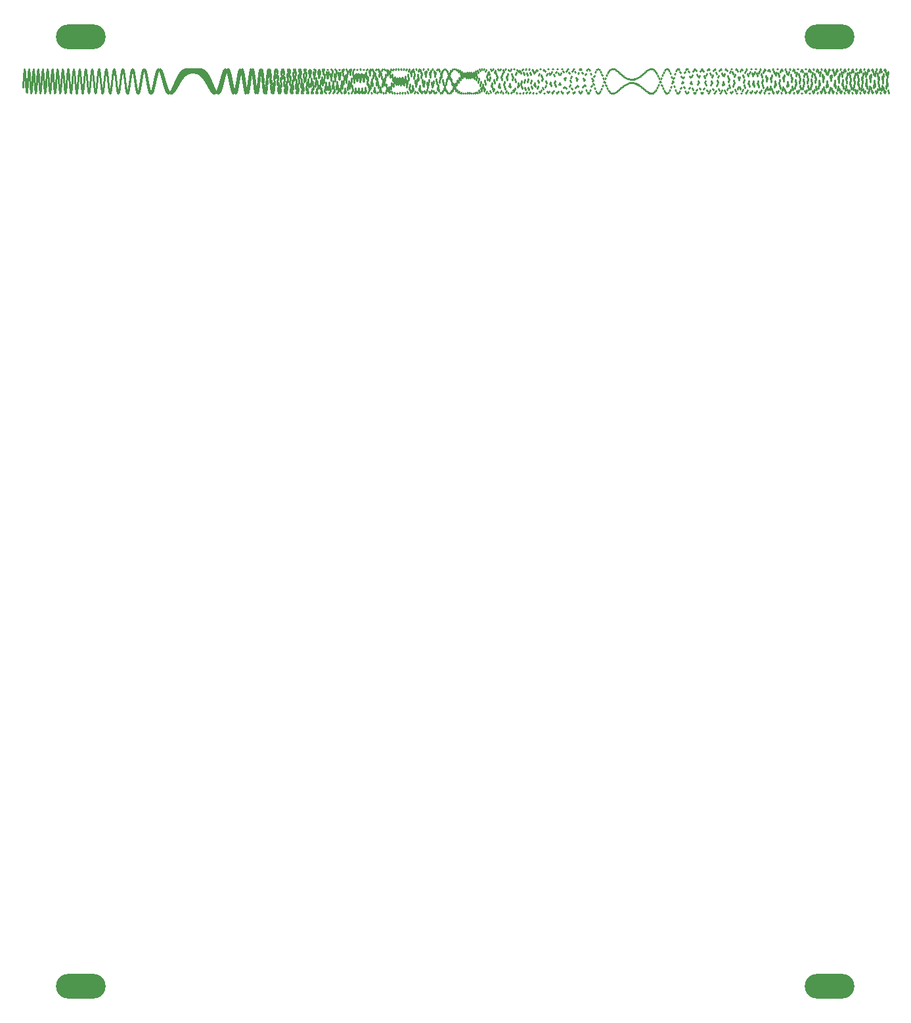
<source format=gtl>
G04 Layer: TopLayer*
G04 EasyEDA v6.5.29, 2023-07-19 21:34:44*
G04 25dd6f9caf2f465b81daf7de5460995f,5a6b42c53f6a479593ecc07194224c93,10*
G04 Gerber Generator version 0.2*
G04 Scale: 100 percent, Rotated: No, Reflected: No *
G04 Dimensions in millimeters *
G04 leading zeros omitted , absolute positions ,4 integer and 5 decimal *
%FSLAX45Y45*%
%MOMM*%

%ADD10C,0.2540*%
%ADD11O,6.4000126X3.1999936*%

%LPD*%
D10*
X8255000Y11876986D02*
G01*
X8263470Y11869221D01*
X812800Y12084850D02*
G01*
X821270Y11935414D01*
X2006600Y11979666D02*
G01*
X2015070Y12112396D01*
X313270Y12121040D02*
G01*
X321729Y11978840D01*
X11142129Y11888693D02*
G01*
X11150600Y11845142D01*
X11133670Y12049968D02*
G01*
X11142129Y12127372D01*
X11125200Y12028505D02*
G01*
X11133670Y11934893D01*
X11116729Y11905010D02*
G01*
X11125200Y11993450D01*
X11108270Y12145535D02*
G01*
X11116729Y12082518D01*
X11099800Y11842955D02*
G01*
X11108270Y11866097D01*
X11091329Y12137951D02*
G01*
X11099800Y12159940D01*
X11082870Y11918863D02*
G01*
X11091329Y11856943D01*
X11074400Y12010938D02*
G01*
X11082870Y12098256D01*
X11065929Y12067611D02*
G01*
X11074400Y11975416D01*
X11057470Y11875231D02*
G01*
X11065929Y11950600D01*
X11049000Y12158223D02*
G01*
X11057470Y12117448D01*
X11040529Y11851426D02*
G01*
X11049000Y11848020D01*
X11032070Y12109178D02*
G01*
X11040529Y12155840D01*
X11023600Y11962036D02*
G01*
X11032070Y11883387D01*
X11015129Y11963145D02*
G01*
X11023600Y12054817D01*
X11006670Y12108563D02*
G01*
X11015129Y12026013D01*
X10998200Y11851492D02*
G01*
X11006670Y11904979D01*
X10989729Y12158103D02*
G01*
X10998200Y12146594D01*
X10981270Y11876453D02*
G01*
X10989729Y11843288D01*
X10972800Y12064354D02*
G01*
X10981270Y12133945D01*
X10964329Y12016369D02*
G01*
X10972800Y11927550D01*
X10955870Y11912439D02*
G01*
X10964329Y11998548D01*
X10947400Y12142856D02*
G01*
X10955870Y12080745D01*
X10938929Y11842823D02*
G01*
X10947400Y11865602D01*
X10930470Y12138025D02*
G01*
X10938929Y12160138D01*
X10922000Y11921243D02*
G01*
X10930470Y11859907D01*
X10913529Y12005294D02*
G01*
X10922000Y12090361D01*
X10905070Y12075238D02*
G01*
X10913529Y11987900D01*
X10896600Y11868713D02*
G01*
X10905070Y11936288D01*
X10888129Y12159841D02*
G01*
X10896600Y12129063D01*
X10879670Y11857725D02*
G01*
X10888129Y11844027D01*
X10871200Y12094108D02*
G01*
X10879670Y12148654D01*
X10862729Y11983758D02*
G01*
X10871200Y11902429D01*
X10854270Y11939742D02*
G01*
X10862729Y12026943D01*
X10845800Y12127019D02*
G01*
X10854270Y12056343D01*
X10837329Y11844436D02*
G01*
X10845800Y11880458D01*
X10828870Y12149627D02*
G01*
X10837329Y12157435D01*
X10820400Y11900631D02*
G01*
X10828870Y11851177D01*
X10811929Y12028883D02*
G01*
X10820400Y12107014D01*
X10803470Y12054799D02*
G01*
X10811929Y11968429D01*
X10795000Y11881314D02*
G01*
X10803470Y11953384D01*
X10786529Y12157242D02*
G01*
X10795000Y12118256D01*
X10778070Y11850949D02*
G01*
X10786529Y11846763D01*
X10769600Y12107341D02*
G01*
X10778070Y12153422D01*
X10761129Y11968269D02*
G01*
X10769600Y11892569D01*
X10752670Y11953285D02*
G01*
X10761129Y12038515D01*
X10744200Y12118497D02*
G01*
X10752670Y12046303D01*
X10735729Y11846631D02*
G01*
X10744200Y11886727D01*
X10727270Y12153181D02*
G01*
X10735729Y12155693D01*
X10718800Y11893339D02*
G01*
X10727270Y11849061D01*
X10710329Y12037286D02*
G01*
X10718800Y12111360D01*
X10701870Y12047697D02*
G01*
X10710329Y11963735D01*
X10693400Y11885594D02*
G01*
X10701870Y11956956D01*
X10684929Y12156119D02*
G01*
X10693400Y12116427D01*
X10676470Y11849628D02*
G01*
X10684929Y11847141D01*
X10668000Y12109797D02*
G01*
X10676470Y12153607D01*
X10659529Y11965973D02*
G01*
X10668000Y11892805D01*
X10651070Y11954631D02*
G01*
X10659529Y12037273D01*
X10642600Y12118169D02*
G01*
X10651070Y12048411D01*
X10634129Y11846539D02*
G01*
X10642600Y11884601D01*
X10625670Y12152795D02*
G01*
X10634129Y12156592D01*
X10617200Y11894913D02*
G01*
X10625670Y11850481D01*
X10608729Y12034398D02*
G01*
X10617200Y12107204D01*
X10600270Y12051284D02*
G01*
X10608729Y11970042D01*
X10591800Y11882544D02*
G01*
X10600270Y11950062D01*
X10583329Y12157229D02*
G01*
X10591800Y12121784D01*
X10574870Y11851487D02*
G01*
X10583329Y11845343D01*
X10566400Y12104799D02*
G01*
X10574870Y12150651D01*
X10557929Y11973196D02*
G01*
X10566400Y11900377D01*
X10549470Y11947022D02*
G01*
X10557929Y12026732D01*
X10541000Y12123861D02*
G01*
X10549470Y12059140D01*
X10532529Y11844797D02*
G01*
X10541000Y11876844D01*
X10524070Y12149528D02*
G01*
X10532529Y12158786D01*
X10515600Y11902820D02*
G01*
X10524070Y11855028D01*
X10507129Y12023664D02*
G01*
X10515600Y12096663D01*
X10498670Y12061974D02*
G01*
X10507129Y11983994D01*
X10490200Y11875020D02*
G01*
X10498670Y11936481D01*
X10481729Y12159152D02*
G01*
X10490200Y12131055D01*
X10473270Y11856138D02*
G01*
X10481729Y11843301D01*
X10464800Y12094474D02*
G01*
X10473270Y12144474D01*
X10456329Y11986592D02*
G01*
X10464800Y11913430D01*
X10447870Y11934210D02*
G01*
X10456329Y12010212D01*
X10439400Y12132406D02*
G01*
X10447870Y12074580D01*
X10430929Y11843128D02*
G01*
X10439400Y11866915D01*
X10422470Y12143562D02*
G01*
X10430929Y12160199D01*
X10414000Y11915025D02*
G01*
X10422470Y11862793D01*
X10405529Y12008477D02*
G01*
X10414000Y12081657D01*
X10397070Y12075957D02*
G01*
X10405529Y12002188D01*
X10388600Y11866196D02*
G01*
X10397070Y11920159D01*
X10380129Y12160224D02*
G01*
X10388600Y12140877D01*
X10371670Y11863257D02*
G01*
X10380129Y11842843D01*
X10363200Y12081029D02*
G01*
X10371670Y12135314D01*
X10354729Y12002678D02*
G01*
X10363200Y11929727D01*
X10346270Y11919948D02*
G01*
X10354729Y11991286D01*
X10337800Y12140872D02*
G01*
X10346270Y12090864D01*
X10329329Y11842836D02*
G01*
X10337800Y11857837D01*
X10320870Y12135612D02*
G01*
X10329329Y12159548D01*
X10312400Y11928983D02*
G01*
X10320870Y11872963D01*
X10303929Y11992414D02*
G01*
X10312400Y12064850D01*
X10295470Y12089668D02*
G01*
X10303929Y12020910D01*
X10287000Y11858586D02*
G01*
X10295470Y11904736D01*
X10278529Y12159729D02*
G01*
X10287000Y12148771D01*
X10270070Y11871553D02*
G01*
X10278529Y11844535D01*
X10261600Y12067379D02*
G01*
X10270070Y12124692D01*
X10253129Y12017796D02*
G01*
X10261600Y11946161D01*
X10244670Y11907532D02*
G01*
X10253129Y11973699D01*
X10236200Y12147283D02*
G01*
X10244670Y12104725D01*
X10227729Y11843953D02*
G01*
X10236200Y11851380D01*
X10219270Y12127583D02*
G01*
X10227729Y12157080D01*
X10210800Y11941436D02*
G01*
X10219270Y11883341D01*
X10202329Y11979132D02*
G01*
X10210800Y12049714D01*
X10193870Y12100148D02*
G01*
X10202329Y12036455D01*
X10185400Y11853578D02*
G01*
X10193870Y11893016D01*
X10176929Y12158296D02*
G01*
X10185400Y12153694D01*
X10168470Y11878604D02*
G01*
X10176929Y11847352D01*
X10160000Y12057049D02*
G01*
X10168470Y12115378D01*
X10151529Y12028375D02*
G01*
X10160000Y11959015D01*
X10143070Y11899546D02*
G01*
X10151529Y11961017D01*
X10134600Y12150811D02*
G01*
X10143070Y12113846D01*
X10126129Y11845310D02*
G01*
X10134600Y11847946D01*
X10117670Y12122292D02*
G01*
X10126129Y12154451D01*
X10109200Y11948716D02*
G01*
X10117670Y11890702D01*
X10100729Y11972086D02*
G01*
X10109200Y12040108D01*
X10092270Y12105126D02*
G01*
X10100729Y12045477D01*
X10083800Y11851581D02*
G01*
X10092270Y11886882D01*
X10075329Y12157428D02*
G01*
X10083800Y12155754D01*
X10066870Y11881365D02*
G01*
X10075329Y11849216D01*
X10058400Y12053732D02*
G01*
X10066870Y12110839D01*
X10049929Y12031060D02*
G01*
X10058400Y11964428D01*
X10041470Y11898096D02*
G01*
X10049929Y11956417D01*
X10033000Y12151172D02*
G01*
X10041470Y12116592D01*
X10024529Y11845348D02*
G01*
X10033000Y11847195D01*
X10016070Y12122739D02*
G01*
X10024529Y12153856D01*
X10007600Y11947202D02*
G01*
X10016070Y11891614D01*
X9999129Y11974593D02*
G01*
X10007600Y12039785D01*
X9990670Y12102449D02*
G01*
X9999129Y12044878D01*
X9982200Y11853118D02*
G01*
X9990670Y11888005D01*
X9973729Y12158365D02*
G01*
X9982200Y12155109D01*
X9965270Y11877197D02*
G01*
X9973729Y11848231D01*
X9956800Y12060839D02*
G01*
X9965270Y12114199D01*
X9948329Y12022503D02*
G01*
X9956800Y11958835D01*
X9939870Y11905703D02*
G01*
X9948329Y11963064D01*
X9931400Y12147184D02*
G01*
X9939870Y12110925D01*
X9922929Y11843631D02*
G01*
X9931400Y11849608D01*
X9914470Y12130857D02*
G01*
X9922929Y12156437D01*
X9906000Y11933875D02*
G01*
X9914470Y11883590D01*
X9897529Y11990133D02*
G01*
X9906000Y12052033D01*
X9889070Y12088850D02*
G01*
X9897529Y12031253D01*
X9880600Y11860535D02*
G01*
X9889070Y11899193D01*
X9872129Y12160168D02*
G01*
X9880600Y12150105D01*
X9863670Y11865366D02*
G01*
X9872129Y11844553D01*
X9855200Y12080725D02*
G01*
X9863670Y12126882D01*
X9846729Y11999064D02*
G01*
X9855200Y11939419D01*
X9838270Y11926646D02*
G01*
X9846729Y11984682D01*
X9829800Y12134794D02*
G01*
X9838270Y12092868D01*
X9821329Y11843133D02*
G01*
X9829800Y11858637D01*
X9812870Y12145497D02*
G01*
X9821329Y12160013D01*
X9804400Y11907558D02*
G01*
X9812870Y11866897D01*
X9795929Y12022244D02*
G01*
X9804400Y12078754D01*
X9787470Y12058947D02*
G01*
X9795929Y12000651D01*
X9779000Y11880087D02*
G01*
X9787470Y11925858D01*
X9770529Y12157069D02*
G01*
X9779000Y12134893D01*
X9762070Y11849757D02*
G01*
X9770529Y11843171D01*
X9753600Y12112569D02*
G01*
X9762070Y12146031D01*
X9745129Y11957918D02*
G01*
X9753600Y11905940D01*
X9736670Y11967202D02*
G01*
X9745129Y12024995D01*
X9728200Y12105302D02*
G01*
X9736670Y12055624D01*
X9719729Y11853161D02*
G01*
X9728200Y11882927D01*
X9711270Y12158934D02*
G01*
X9719729Y12155965D01*
X9702800Y11872366D02*
G01*
X9711270Y11848114D01*
X9694329Y12071840D02*
G01*
X9702800Y12117313D01*
X9685870Y12006404D02*
G01*
X9694329Y11950639D01*
X9677400Y11922645D02*
G01*
X9685870Y11975528D01*
X9668929Y12135736D02*
G01*
X9677400Y12098053D01*
X9660470Y11843214D02*
G01*
X9668929Y11857111D01*
X9652000Y12147128D02*
G01*
X9660470Y12159978D01*
X9643529Y11902094D02*
G01*
X9652000Y11865744D01*
X9635070Y12031954D02*
G01*
X9643529Y12083211D01*
X9626600Y12046811D02*
G01*
X9635070Y11992513D01*
X9618129Y11890890D02*
G01*
X9626600Y11935848D01*
X9609670Y12152205D02*
G01*
X9618129Y12126650D01*
X9601200Y11844764D02*
G01*
X9609670Y11845373D01*
X9592729Y12129076D02*
G01*
X9601200Y12153272D01*
X9584270Y11931512D02*
G01*
X9592729Y11888198D01*
X9575800Y11998467D02*
G01*
X9584270Y12051078D01*
X9567329Y12076706D02*
G01*
X9575800Y12026546D01*
X9558870Y11870834D02*
G01*
X9567329Y11907553D01*
X9550400Y12158873D02*
G01*
X9558870Y12143475D01*
X9541929Y11851784D02*
G01*
X9550400Y11842755D01*
X9533470Y12111123D02*
G01*
X9541929Y12142335D01*
X9525000Y11955513D02*
G01*
X9533470Y11909107D01*
X9516529Y11974141D02*
G01*
X9525000Y12025609D01*
X9508070Y12096186D02*
G01*
X9516529Y12050674D01*
X9499600Y11859760D02*
G01*
X9508070Y11889729D01*
X9491129Y12160250D02*
G01*
X9499600Y12151946D01*
X9482670Y11859115D02*
G01*
X9491129Y11844276D01*
X9474200Y12097834D02*
G01*
X9482670Y12132437D01*
X9465729Y11971088D02*
G01*
X9474200Y11924146D01*
X9457270Y11959884D02*
G01*
X9465729Y12009338D01*
X9448800Y12106399D02*
G01*
X9457270Y12064608D01*
X9440329Y11854891D02*
G01*
X9448800Y11880601D01*
X9431870Y12159965D02*
G01*
X9440329Y12155332D01*
X9423400Y11863171D02*
G01*
X9431870Y11846054D01*
X9414929Y12092038D02*
G01*
X9423400Y12127179D01*
X9406470Y11976651D02*
G01*
X9414929Y11930694D01*
X9398000Y11955934D02*
G01*
X9406470Y12003465D01*
X9389529Y12108309D02*
G01*
X9398000Y12068553D01*
X9381070Y11854512D02*
G01*
X9389529Y11878835D01*
X9372600Y12159995D02*
G01*
X9381070Y12155617D01*
X9364129Y11862117D02*
G01*
X9372600Y11845975D01*
X9355670Y12095111D02*
G01*
X9364129Y12128400D01*
X9347200Y11971342D02*
G01*
X9355670Y11927469D01*
X9338729Y11962698D02*
G01*
X9347200Y12008718D01*
X9330270Y12101741D02*
G01*
X9338729Y12062233D01*
X9321800Y11858718D02*
G01*
X9330270Y11884441D01*
X9313329Y12160219D02*
G01*
X9321800Y12152845D01*
X9304870Y11856095D02*
G01*
X9313329Y11844027D01*
X9296400Y12107062D02*
G01*
X9304870Y12136089D01*
X9287929Y11954786D02*
G01*
X9296400Y11914299D01*
X9279470Y11981154D02*
G01*
X9287929Y12025647D01*
X9271000Y12085035D02*
G01*
X9279470Y12044530D01*
X9262529Y11869823D02*
G01*
X9271000Y11899216D01*
X9254070Y12157956D02*
G01*
X9262529Y12144672D01*
X9245600Y11847705D02*
G01*
X9254070Y11842800D01*
X9237129Y12125970D02*
G01*
X9245600Y12147941D01*
X9228670Y11927669D02*
G01*
X9237129Y11892668D01*
X9220200Y12012277D02*
G01*
X9228670Y12054128D01*
X9211729Y12055368D02*
G01*
X9220200Y12013839D01*
X9203270Y11892285D02*
G01*
X9211729Y11926526D01*
X9194800Y12147636D02*
G01*
X9203270Y12126267D01*
X9186329Y11842755D02*
G01*
X9194800Y11847921D01*
X9177870Y12146775D02*
G01*
X9186329Y12158395D01*
X9169400Y11893265D02*
G01*
X9177870Y11867014D01*
X9160929Y12055393D02*
G01*
X9169400Y12091807D01*
X9152470Y12010341D02*
G01*
X9160929Y11969737D01*
X9144000Y11931581D02*
G01*
X9152470Y11969879D01*
X9135529Y12121250D02*
G01*
X9144000Y12091230D01*
X9127070Y11850781D02*
G01*
X9135529Y11867995D01*
X9118600Y12159797D02*
G01*
X9127070Y12157819D01*
X9110129Y11859877D02*
G01*
X9118600Y11846562D01*
X9101670Y12105058D02*
G01*
X9110129Y12131377D01*
X9093200Y11951388D02*
G01*
X9101670Y11916227D01*
X9084729Y11990951D02*
G01*
X9093200Y12029567D01*
X9076270Y12070885D02*
G01*
X9084729Y12034545D01*
X9067800Y11883684D02*
G01*
X9076270Y11912483D01*
X9059329Y12150488D02*
G01*
X9067800Y12133249D01*
X9050870Y11842810D02*
G01*
X9059329Y11846234D01*
X9042400Y12147339D02*
G01*
X9050870Y12157961D01*
X9033929Y11888911D02*
G01*
X9042400Y11865985D01*
X9025470Y12065347D02*
G01*
X9033929Y12097171D01*
X9017000Y11994934D02*
G01*
X9025470Y11958749D01*
X9008529Y11950171D02*
G01*
X9017000Y11985724D01*
X9000070Y12103508D02*
G01*
X9008529Y12073371D01*
X8991600Y11862661D02*
G01*
X9000070Y11883491D01*
X8983129Y12158662D02*
G01*
X8991600Y12149714D01*
X8974670Y11846613D02*
G01*
X8983129Y11842750D01*
X8966200Y12134131D02*
G01*
X8974670Y12150054D01*
X8957729Y11907944D02*
G01*
X8966200Y11882213D01*
X8949270Y12044387D02*
G01*
X8957729Y12076473D01*
X8940800Y12014360D02*
G01*
X8949270Y11980044D01*
X8932329Y11934786D02*
G01*
X8940800Y11967065D01*
X8923870Y12113623D02*
G01*
X8932329Y12087280D01*
X8915400Y11857738D02*
G01*
X8923870Y11875101D01*
X8906929Y12159587D02*
G01*
X8915400Y12153074D01*
X8898470Y11847791D02*
G01*
X8906929Y11842904D01*
X8890000Y12132970D02*
G01*
X8898470Y12148449D01*
X8881529Y11907243D02*
G01*
X8890000Y11883186D01*
X8873070Y12048058D02*
G01*
X8881529Y12077793D01*
X8864600Y12007565D02*
G01*
X8873070Y11975609D01*
X8856129Y11943803D02*
G01*
X8864600Y11974395D01*
X8847670Y12104204D02*
G01*
X8856129Y12078276D01*
X8839200Y11865155D02*
G01*
X8847670Y11883720D01*
X8830729Y12156747D02*
G01*
X8839200Y12147344D01*
X8822270Y11843791D02*
G01*
X8830729Y11843245D01*
X8813800Y12145299D02*
G01*
X8822270Y12155500D01*
X8805329Y11886232D02*
G01*
X8813800Y11867642D01*
X8796870Y12076795D02*
G01*
X8805329Y12101705D01*
X8788400Y11973402D02*
G01*
X8796870Y11944802D01*
X8779929Y11979963D02*
G01*
X8788400Y12009363D01*
X8771470Y12070245D02*
G01*
X8779929Y12042899D01*
X8763000Y11892434D02*
G01*
X8771470Y11915167D01*
X8754529Y12140344D02*
G01*
X8763000Y12124245D01*
X8746070Y11845955D02*
G01*
X8754529Y11854091D01*
X8737600Y12159432D02*
G01*
X8746070Y12159790D01*
X8729129Y11855394D02*
G01*
X8737600Y11846786D01*
X8720670Y12122924D02*
G01*
X8729129Y12138812D01*
X8712200Y11915155D02*
G01*
X8720670Y11893562D01*
X8703729Y12045627D02*
G01*
X8712200Y12070915D01*
X8695270Y12002988D02*
G01*
X8703729Y11976229D01*
X8686800Y11954873D02*
G01*
X8695270Y11980837D01*
X8678329Y12089091D02*
G01*
X8686800Y12066015D01*
X8669870Y11880316D02*
G01*
X8678329Y11898729D01*
X8661400Y12146409D02*
G01*
X8669870Y12133994D01*
X8652929Y11844337D02*
G01*
X8661400Y11849955D01*
X8644470Y12158799D02*
G01*
X8652929Y12160206D01*
X8636000Y11855889D02*
G01*
X8644470Y11847766D01*
X8627529Y12124766D02*
G01*
X8636000Y12138817D01*
X8619070Y11909318D02*
G01*
X8627529Y11890535D01*
X8610600Y12056300D02*
G01*
X8619070Y12078337D01*
X8602129Y11987578D02*
G01*
X8610600Y11963928D01*
X8593670Y11973961D02*
G01*
X8602129Y11997550D01*
X8585200Y12068268D02*
G01*
X8593670Y12046315D01*
X8576729Y11900291D02*
G01*
X8585200Y11919191D01*
X8568270Y12130260D02*
G01*
X8576729Y12115538D01*
X8559800Y11853638D02*
G01*
X8568270Y11863382D01*
X8551329Y12159053D02*
G01*
X8559800Y12154743D01*
X8542870Y11843971D02*
G01*
X8551329Y11842767D01*
X8534400Y12149571D02*
G01*
X8542870Y12156033D01*
X8525929Y11871467D02*
G01*
X8534400Y11860298D01*
X8517470Y12106214D02*
G01*
X8525929Y12121281D01*
X8509000Y11927725D02*
G01*
X8517470Y11909734D01*
X8500529Y12040615D02*
G01*
X8509000Y12060430D01*
X8492070Y11998772D02*
G01*
X8500529Y11978264D01*
X8483600Y11968093D02*
G01*
X8492070Y11988185D01*
X8475129Y12068919D02*
G01*
X8483600Y12050260D01*
X8466670Y11903849D02*
G01*
X8475129Y11920176D01*
X8458200Y12124245D02*
G01*
X8466670Y12110956D01*
X8449729Y11859834D02*
G01*
X8458200Y11869557D01*
X8441270Y12155233D02*
G01*
X8449729Y12149399D01*
X8432800Y11842866D02*
G01*
X8441270Y11844703D01*
X8424329Y12157905D02*
G01*
X8432800Y12160008D01*
X8415870Y11854073D02*
G01*
X8424329Y11848299D01*
X8407400Y12133821D02*
G01*
X8415870Y12142881D01*
X8398929Y11889536D02*
G01*
X8407400Y11877713D01*
X8390470Y12088873D02*
G01*
X8398929Y12102876D01*
X8382000Y11941789D02*
G01*
X8390470Y11926255D01*
X8373529Y12031657D02*
G01*
X8382000Y12048058D01*
X8365070Y12001606D02*
G01*
X8373529Y11984987D01*
X8356600Y11971566D02*
G01*
X8365070Y11987794D01*
X8348129Y12059785D02*
G01*
X8356600Y12044512D01*
X8339670Y11917250D02*
G01*
X8348129Y11931091D01*
X8331200Y12108555D02*
G01*
X8339670Y12096544D01*
X8322729Y11875386D02*
G01*
X8331200Y11885272D01*
X8314270Y12142482D02*
G01*
X8322729Y12134936D01*
X8305800Y11850093D02*
G01*
X8314270Y11855195D01*
X8297329Y12158786D02*
G01*
X8305800Y12156163D01*
X8288870Y11842823D02*
G01*
X8297329Y11843029D01*
X8280400Y12157247D02*
G01*
X8288870Y12159350D01*
X8271929Y11852691D02*
G01*
X8280400Y11848467D01*
X8263470Y12139742D02*
G01*
X8271929Y12145868D01*
X8246529Y12109617D02*
G01*
X8255000Y12118738D01*
X8238070Y11911906D02*
G01*
X8246529Y11901716D01*
X8229600Y12070984D02*
G01*
X8238070Y12081941D01*
X8221129Y11953173D02*
G01*
X8229600Y11941733D01*
X8212670Y12028121D02*
G01*
X8221129Y12039780D01*
X8204200Y11996638D02*
G01*
X8212670Y11985023D01*
X8195729Y11984967D02*
G01*
X8204200Y11996315D01*
X8187270Y12038670D02*
G01*
X8195729Y12027786D01*
X8178800Y11944771D02*
G01*
X8187270Y11955028D01*
X8170329Y12076429D02*
G01*
X8178800Y12066935D01*
X8161870Y11909953D02*
G01*
X8170329Y11918571D01*
X8153400Y12107936D02*
G01*
X8161870Y12100265D01*
X8144929Y11882020D02*
G01*
X8153400Y11888693D01*
X8136470Y12132109D02*
G01*
X8144929Y12126460D01*
X8128000Y11861688D02*
G01*
X8136470Y11866313D01*
X8119529Y12148609D02*
G01*
X8128000Y12144994D01*
X8111070Y11848939D02*
G01*
X8119529Y11851586D01*
X8102600Y12157737D02*
G01*
X8111070Y12156015D01*
X8094129Y11843245D02*
G01*
X8102600Y11844101D01*
X8085670Y12160224D02*
G01*
X8094129Y12160163D01*
X8077200Y11843705D02*
G01*
X8085670Y11843047D01*
X8068729Y12157092D02*
G01*
X8077200Y12158395D01*
X8060270Y11849224D02*
G01*
X8068729Y11847357D01*
X8051800Y12149498D02*
G01*
X8060270Y12151847D01*
X8043329Y11858612D02*
G01*
X8051800Y11855846D01*
X8034870Y12138606D02*
G01*
X8043329Y12141708D01*
X8026400Y11870710D02*
G01*
X8034870Y11867354D01*
X8017929Y12125548D02*
G01*
X8026400Y12129101D01*
X8009470Y11884477D02*
G01*
X8017929Y11880789D01*
X8001000Y12111316D02*
G01*
X8009470Y12115081D01*
X7992529Y11898975D02*
G01*
X8001000Y11895180D01*
X7984070Y12096750D02*
G01*
X7992529Y12100519D01*
X7975600Y11913438D02*
G01*
X7984070Y11909722D01*
X7967129Y12082543D02*
G01*
X7975600Y12086158D01*
X7958670Y11927253D02*
G01*
X7967129Y11923763D01*
X7950200Y12069229D02*
G01*
X7958670Y12072571D01*
X7941729Y11939953D02*
G01*
X7950200Y11936790D01*
X7933270Y12057222D02*
G01*
X7941729Y12060194D01*
X7924800Y11951195D02*
G01*
X7933270Y11948436D01*
X7916329Y12046805D02*
G01*
X7924800Y12049348D01*
X7907870Y11960733D02*
G01*
X7916329Y11958426D01*
X7899400Y12038185D02*
G01*
X7907870Y12040250D01*
X7890929Y11968411D02*
G01*
X7899400Y11966592D01*
X7882470Y12031482D02*
G01*
X7890929Y12033051D01*
X7874000Y11974121D02*
G01*
X7882470Y11972808D01*
X7865529Y12026783D02*
G01*
X7874000Y12027837D01*
X7857070Y11977799D02*
G01*
X7865529Y11977004D01*
X7848600Y12024133D02*
G01*
X7857070Y12024667D01*
X7840129Y11979412D02*
G01*
X7848600Y11979137D01*
X7831670Y12023564D02*
G01*
X7840129Y12023575D01*
X7823200Y11978934D02*
G01*
X7831670Y11979188D01*
X7814729Y12025088D02*
G01*
X7823200Y12024580D01*
X7806270Y11976361D02*
G01*
X7814729Y11977128D01*
X7797800Y12028711D02*
G01*
X7806270Y12027682D01*
X7789329Y11971690D02*
G01*
X7797800Y11972980D01*
X7780870Y12034415D02*
G01*
X7789329Y12032871D01*
X7772400Y11964962D02*
G01*
X7780870Y11966755D01*
X7763929Y12042155D02*
G01*
X7772400Y12040120D01*
X7755470Y11956237D02*
G01*
X7763929Y11958513D01*
X7747000Y12051847D02*
G01*
X7755470Y12049340D01*
X7738529Y11945620D02*
G01*
X7747000Y11948337D01*
X7730070Y12063338D02*
G01*
X7738529Y12060417D01*
X7721600Y11933306D02*
G01*
X7730070Y11936417D01*
X7713129Y12076391D02*
G01*
X7721600Y12073117D01*
X7704670Y11919600D02*
G01*
X7713129Y11923019D01*
X7696200Y12090648D02*
G01*
X7704670Y12087125D01*
X7687729Y11904929D02*
G01*
X7696200Y11908525D01*
X7679270Y12105591D02*
G01*
X7687729Y12101959D01*
X7670800Y11889884D02*
G01*
X7679270Y11893499D01*
X7662329Y12120549D02*
G01*
X7670800Y12116991D01*
X7653870Y11875244D02*
G01*
X7662329Y11878680D01*
X7645400Y12134626D02*
G01*
X7653870Y12131377D01*
X7636929Y11861985D02*
G01*
X7645400Y11864987D01*
X7628470Y12146762D02*
G01*
X7636929Y12144095D01*
X7620000Y11851289D02*
G01*
X7628470Y11853552D01*
X7611529Y12155698D02*
G01*
X7620000Y12153917D01*
X7603070Y11844467D02*
G01*
X7611529Y11845670D01*
X7594600Y12160044D02*
G01*
X7603070Y12159493D01*
X7586129Y11842943D02*
G01*
X7594600Y11842750D01*
X7577670Y12158400D02*
G01*
X7586129Y12159411D01*
X7569200Y11848076D02*
G01*
X7577670Y11846179D01*
X7560729Y12149472D02*
G01*
X7569200Y12152325D01*
X7552270Y11861050D02*
G01*
X7560729Y11857197D01*
X7543800Y12132269D02*
G01*
X7552270Y12137151D01*
X7535329Y11882610D02*
G01*
X7543800Y11876689D01*
X7526870Y12106318D02*
G01*
X7535329Y12113270D01*
X7518400Y11912866D02*
G01*
X7526870Y11904929D01*
X7509929Y12071964D02*
G01*
X7518400Y12080806D01*
X7501470Y11950992D02*
G01*
X7509929Y11941342D01*
X7493000Y12030547D02*
G01*
X7501470Y12040859D01*
X7484529Y11995063D02*
G01*
X7493000Y11984266D01*
X7476070Y11984614D02*
G01*
X7484529Y11995678D01*
X7467600Y12041906D02*
G01*
X7476070Y12030831D01*
X7459129Y11937944D02*
G01*
X7467600Y11948759D01*
X7450670Y12087174D02*
G01*
X7459129Y12076943D01*
X7442200Y11895404D02*
G01*
X7450670Y11904736D01*
X7433729Y12125617D02*
G01*
X7442200Y12117504D01*
X7425270Y11862475D02*
G01*
X7433729Y11869036D01*
X7416800Y12151641D02*
G01*
X7425270Y12146948D01*
X7408329Y11844629D02*
G01*
X7416800Y11847189D01*
X7399870Y12160194D02*
G01*
X7408329Y12159983D01*
X7391400Y11846265D02*
G01*
X7399870Y11843976D01*
X7382929Y12147786D02*
G01*
X7391400Y12152647D01*
X7374470Y11869656D02*
G01*
X7382929Y11862259D01*
X7366000Y12113640D02*
G01*
X7374470Y12123440D01*
X7357529Y11913834D02*
G01*
X7366000Y11901909D01*
X7349070Y12060654D02*
G01*
X7357529Y12074331D01*
X7340600Y11973880D02*
G01*
X7349070Y11958960D01*
X7332129Y11995795D02*
G01*
X7340600Y12011360D01*
X7323670Y12040859D02*
G01*
X7332129Y12025350D01*
X7315200Y11929752D02*
G01*
X7323670Y11944456D01*
X7306729Y12102703D02*
G01*
X7315200Y12089582D01*
X7298270Y11875455D02*
G01*
X7306729Y11886232D01*
X7289800Y12146224D02*
G01*
X7298270Y12138477D01*
X7281329Y11845602D02*
G01*
X7289800Y11849737D01*
X7272870Y12160069D02*
G01*
X7281329Y12159945D01*
X7264400Y11849354D02*
G01*
X7272870Y11845262D01*
X7255929Y12138080D02*
G01*
X7264400Y12146333D01*
X7247470Y11889104D02*
G01*
X7255929Y11877017D01*
X7239000Y12082233D02*
G01*
X7247470Y12097550D01*
X7230529Y11958172D02*
G01*
X7239000Y11940491D01*
X7222070Y12003956D02*
G01*
X7230529Y12022881D01*
X7213600Y12040679D02*
G01*
X7222070Y12021784D01*
X7205129Y11922869D02*
G01*
X7213600Y11940374D01*
X7196670Y12114372D02*
G01*
X7205129Y12099620D01*
X7188200Y11862432D02*
G01*
X7196670Y11873179D01*
X7179729Y12156330D02*
G01*
X7188200Y12150600D01*
X7171270Y11843054D02*
G01*
X7179729Y11843115D01*
X7162800Y12150600D02*
G01*
X7171270Y12156447D01*
X7154329Y11874444D02*
G01*
X7162800Y11862953D01*
X7145870Y12095213D02*
G01*
X7154329Y12111553D01*
X7137400Y11949899D02*
G01*
X7145870Y11930001D01*
X7128929Y12005729D02*
G01*
X7137400Y12027494D01*
X7120470Y12045632D02*
G01*
X7128929Y12024004D01*
X7112000Y11912638D02*
G01*
X7120470Y11932020D01*
X7103529Y12126882D02*
G01*
X7112000Y12111751D01*
X7095070Y11851835D02*
G01*
X7103529Y11861004D01*
X7086600Y12160232D02*
G01*
X7095070Y12158184D01*
X7078129Y11850463D02*
G01*
X7086600Y11844914D01*
X7069670Y12128314D02*
G01*
X7078129Y12141113D01*
X7061200Y11913331D02*
G01*
X7069670Y11894479D01*
X7052729Y12040504D02*
G01*
X7061200Y12063455D01*
X7044270Y12016773D02*
G01*
X7052729Y11992310D01*
X7035800Y11933156D02*
G01*
X7044270Y11956244D01*
X7027329Y12115137D02*
G01*
X7035800Y12096328D01*
X7018870Y11856298D02*
G01*
X7027329Y11868317D01*
X7010400Y12160008D02*
G01*
X7018870Y12156554D01*
X7001929Y11850303D02*
G01*
X7010400Y11844467D01*
X6993470Y12125058D02*
G01*
X7001929Y12139686D01*
X6985000Y11922787D02*
G01*
X6993470Y11901109D01*
X6976529Y12023885D02*
G01*
X6985000Y12049770D01*
X6968070Y12039229D02*
G01*
X6976529Y12012736D01*
X6959600Y11908556D02*
G01*
X6968070Y11931774D01*
X6951129Y12136368D02*
G01*
X6959600Y12120003D01*
X6942670Y11844827D02*
G01*
X6951129Y11851617D01*
X6934200Y12155848D02*
G01*
X6942670Y12159957D01*
X6925729Y11873997D02*
G01*
X6934200Y11859313D01*
X6917270Y12081253D02*
G01*
X6925729Y12104408D01*
X6908800Y11983138D02*
G01*
X6917270Y11955114D01*
X6900329Y11954786D02*
G01*
X6908800Y11983057D01*
X6891870Y12105866D02*
G01*
X6900329Y12082238D01*
X6883400Y11857230D02*
G01*
X6891870Y11871926D01*
X6874929Y12160250D02*
G01*
X6883400Y12157379D01*
X6866470Y11857067D02*
G01*
X6874929Y11847271D01*
X6858000Y12104644D02*
G01*
X6866470Y12125622D01*
X6849529Y11959536D02*
G01*
X6858000Y11931086D01*
X6841070Y11973638D02*
G01*
X6849529Y12004240D01*
X6832600Y12094331D02*
G01*
X6841070Y12067573D01*
X6824129Y11861713D02*
G01*
X6832600Y11879138D01*
X6815670Y12160138D02*
G01*
X6824129Y12155858D01*
X6807200Y11856788D02*
G01*
X6815670Y11846699D01*
X6798729Y12101563D02*
G01*
X6807200Y12124240D01*
X6790270Y11968007D02*
G01*
X6798729Y11937337D01*
X6781800Y11960529D02*
G01*
X6790270Y11992632D01*
X6773329Y12108413D02*
G01*
X6781800Y12082053D01*
X6764870Y11852361D02*
G01*
X6773329Y11866834D01*
X6756400Y12158769D02*
G01*
X6764870Y12159823D01*
X6747929Y11872986D02*
G01*
X6756400Y11856280D01*
X6739470Y12070308D02*
G01*
X6747929Y12099030D01*
X6731000Y12009592D02*
G01*
X6739470Y11975597D01*
X6722529Y11917895D02*
G01*
X6731000Y11948845D01*
X6714070Y12140184D02*
G01*
X6722529Y12120178D01*
X6705600Y11842750D02*
G01*
X6714070Y11846433D01*
X6697129Y12139221D02*
G01*
X6705600Y12153198D01*
X6688670Y11921337D02*
G01*
X6697129Y11893016D01*
X6680200Y12002157D02*
G01*
X6688670Y12037504D01*
X6671729Y12081129D02*
G01*
X6680200Y12048281D01*
X6663270Y11863064D02*
G01*
X6671729Y11884197D01*
X6654800Y12160194D02*
G01*
X6663270Y12157001D01*
X6646329Y11867796D02*
G01*
X6654800Y11851746D01*
X6637870Y12071182D02*
G01*
X6646329Y12102205D01*
X6629400Y12016867D02*
G01*
X6637870Y11979747D01*
X6620929Y11905089D02*
G01*
X6629400Y11937255D01*
X6612470Y12150186D02*
G01*
X6620929Y12132909D01*
X6604000Y11846123D02*
G01*
X6612470Y11842836D01*
X6595529Y12114875D02*
G01*
X6604000Y12138111D01*
X6587070Y11966519D02*
G01*
X6595529Y11930359D01*
X6578600Y11946247D02*
G01*
X6587070Y11983857D01*
X6570129Y12129472D02*
G01*
X6578600Y12102777D01*
X6561670Y11842922D02*
G01*
X6570129Y11849564D01*
X6553200Y12137318D02*
G01*
X6561670Y12153379D01*
X6544729Y11935142D02*
G01*
X6553200Y11901457D01*
X6536270Y11974865D02*
G01*
X6544729Y12014758D01*
X6527800Y12112327D02*
G01*
X6536270Y12080242D01*
X6519329Y11845589D02*
G01*
X6527800Y11858190D01*
X6510870Y12146211D02*
G01*
X6519329Y12158047D01*
X6502400Y11921319D02*
G01*
X6510870Y11888942D01*
X6493929Y11986821D02*
G01*
X6502400Y12027992D01*
X6485470Y12106064D02*
G01*
X6493929Y12071586D01*
X6477000Y11846600D02*
G01*
X6485470Y11860999D01*
X6468529Y12146793D02*
G01*
X6477000Y12158477D01*
X6460070Y11923148D02*
G01*
X6468529Y11889531D01*
X6451600Y11981197D02*
G01*
X6460070Y12023656D01*
X6443129Y12112823D02*
G01*
X6451600Y12078624D01*
X6434670Y11844307D02*
G01*
X6443129Y11856013D01*
X6426200Y12139444D02*
G01*
X6434670Y12155525D01*
X6417729Y11941045D02*
G01*
X6426200Y11903496D01*
X6409270Y11958203D02*
G01*
X6417729Y12001505D01*
X6400800Y12130415D02*
G01*
X6409270Y12100062D01*
X6392329Y11842973D02*
G01*
X6400800Y11846806D01*
X6383870Y12119434D02*
G01*
X6392329Y12144281D01*
X6375400Y11977415D02*
G01*
X6383870Y11934601D01*
X6366929Y11920253D02*
G01*
X6375400Y11961761D01*
X6358470Y12151197D02*
G01*
X6366929Y12130217D01*
X6350000Y11852889D02*
G01*
X6358470Y11843158D01*
X6341529Y12078754D02*
G01*
X6350000Y12115081D01*
X6333070Y12032978D02*
G01*
X6341529Y11987062D01*
X6324600Y11875975D02*
G01*
X6333070Y11909300D01*
X6316129Y12159983D02*
G01*
X6324600Y12155858D01*
X6307670Y11888607D02*
G01*
X6316129Y11860999D01*
X6299200Y12011812D02*
G01*
X6307670Y12057725D01*
X6290729Y12099546D02*
G01*
X6299200Y12058469D01*
X6282270Y11845030D02*
G01*
X6290729Y11859963D01*
X6273800Y12135142D02*
G01*
X6282270Y12154570D01*
X6265329Y11961274D02*
G01*
X6273800Y11917225D01*
X6256870Y11926379D02*
G01*
X6265329Y11971845D01*
X6248400Y12151984D02*
G01*
X6256870Y12129703D01*
X6239929Y11857476D02*
G01*
X6248400Y11844009D01*
X6231470Y12059450D02*
G01*
X6239929Y12101741D01*
X6223000Y12062426D02*
G01*
X6231470Y12014596D01*
X6214529Y11855566D02*
G01*
X6223000Y11881899D01*
X6206070Y12149378D02*
G01*
X6214529Y12159983D01*
X6197600Y11937187D02*
G01*
X6206070Y11895261D01*
X6189129Y11944233D02*
G01*
X6197600Y11993346D01*
X6180670Y12147034D02*
G01*
X6189129Y12119775D01*
X6172200Y11854340D02*
G01*
X6180670Y11843072D01*
X6163729Y12061291D02*
G01*
X6172200Y12104804D01*
X6155270Y12066036D02*
G01*
X6163729Y12016506D01*
X6146800Y11851982D02*
G01*
X6155270Y11876900D01*
X6138329Y12142937D02*
G01*
X6146800Y12158601D01*
X6129870Y11957540D02*
G01*
X6138329Y11910651D01*
X6121400Y11919483D02*
G01*
X6129870Y11967994D01*
X6112929Y12157092D02*
G01*
X6121400Y12138347D01*
X6104470Y11873527D02*
G01*
X6112929Y11849831D01*
X6096000Y12017349D02*
G01*
X6104470Y12068398D01*
X6087529Y12108804D02*
G01*
X6096000Y12064156D01*
X6079070Y11842780D02*
G01*
X6087529Y11850794D01*
X6070600Y12103844D02*
G01*
X6079070Y12138433D01*
X6062129Y12026130D02*
G01*
X6070600Y11972223D01*
X6053670Y11866481D02*
G01*
X6062129Y11902412D01*
X6045200Y12152584D02*
G01*
X6053670Y12160163D01*
X6036729Y11941403D02*
G01*
X6045200Y11895137D01*
X6028270Y11927197D02*
G01*
X6036729Y11979412D01*
X6019800Y12156968D02*
G01*
X6028270Y12136610D01*
X6002870Y12001505D02*
G01*
X6011329Y12056275D01*
X5994400Y12125281D02*
G01*
X6002870Y12083188D01*
X5985929Y11846664D02*
G01*
X5994400Y11844144D01*
X5977470Y12069757D02*
G01*
X5985929Y12115528D01*
X5969000Y12072566D02*
G01*
X5977470Y12018248D01*
X5960529Y11845709D02*
G01*
X5969000Y11866438D01*
X5952070Y12120338D02*
G01*
X5960529Y12149886D01*
X5943600Y12013704D02*
G01*
X5952070Y11956689D01*
X5935129Y11867517D02*
G01*
X5943600Y11906697D01*
X5926670Y12149714D02*
G01*
X5935129Y12160250D01*
X5918200Y11959579D02*
G01*
X5926670Y11907334D01*
X5909729Y11902318D02*
G01*
X5918200Y11953750D01*
X5901270Y12160044D02*
G01*
X5909729Y12152195D01*
X5892800Y11916067D02*
G01*
X5901270Y11873240D01*
X5884329Y11941411D02*
G01*
X5892800Y11999236D01*
X5875870Y12156381D02*
G01*
X5884329Y12132810D01*
X5867400Y11884781D02*
G01*
X5875870Y11853367D01*
X5858929Y11978581D02*
G01*
X5867400Y12038266D01*
X5850470Y12144430D02*
G01*
X5858929Y12108601D01*
X5842000Y11864558D02*
G01*
X5850470Y11844505D01*
X5833529Y12010237D02*
G01*
X5842000Y12068868D01*
X5825070Y12129244D02*
G01*
X5833529Y12084527D01*
X5816600Y11852894D02*
G01*
X5825070Y11842805D01*
X5808129Y12034824D02*
G01*
X5816600Y12091045D01*
X5799670Y12114629D02*
G01*
X5808129Y12063884D01*
X5791200Y11847004D02*
G01*
X5799670Y11844746D01*
X5782729Y12052094D02*
G01*
X5791200Y12105792D01*
X5774270Y12103155D02*
G01*
X5782729Y12048561D01*
X5765800Y11844492D02*
G01*
X5774270Y11847573D01*
X5757329Y12062371D02*
G01*
X5765800Y12114324D01*
X5748870Y12096353D02*
G01*
X5757329Y12039518D01*
X5740400Y11843679D02*
G01*
X5748870Y11849460D01*
X5731929Y12066066D02*
G01*
X5740400Y12117616D01*
X5723470Y12094982D02*
G01*
X5731929Y12037156D01*
X5715000Y11843748D02*
G01*
X5723470Y11849491D01*
X5706529Y12063361D02*
G01*
X5715000Y12116092D01*
X5698070Y12099193D02*
G01*
X5706529Y12041571D01*
X5689600Y11844784D02*
G01*
X5698070Y11847649D01*
X5681129Y12054098D02*
G01*
X5689600Y12109531D01*
X5672670Y12108555D02*
G01*
X5681129Y12052622D01*
X5664200Y11847766D02*
G01*
X5672670Y11844820D01*
X5655729Y12037857D02*
G01*
X5664200Y12097115D01*
X5647270Y12121956D02*
G01*
X5655729Y12069787D01*
X5638800Y11854555D02*
G01*
X5647270Y11842818D01*
X5630329Y12014225D02*
G01*
X5638800Y12077618D01*
X5621870Y12137354D02*
G01*
X5630329Y12091880D01*
X5613400Y11867715D02*
G01*
X5621870Y11844431D01*
X5604929Y11983305D02*
G01*
X5613400Y12049856D01*
X5596470Y12151481D02*
G01*
X5604929Y12116600D01*
X5588000Y11890120D02*
G01*
X5596470Y11853255D01*
X5579529Y11946420D02*
G01*
X5588000Y12013331D01*
X5571070Y12159747D02*
G01*
X5579529Y12140046D01*
X5562600Y11924202D02*
G01*
X5571070Y11873260D01*
X5554129Y11906920D02*
G01*
X5562600Y11969211D01*
X5545670Y12156455D02*
G01*
X5554129Y12156567D01*
X5537200Y11970748D02*
G01*
X5545670Y11907799D01*
X5528729Y11870847D02*
G01*
X5537200Y11921418D01*
X5520270Y12135792D02*
G01*
X5528729Y12159046D01*
X5511800Y12027296D02*
G01*
X5520270Y11957979D01*
X5503329Y11846966D02*
G01*
X5511800Y11877408D01*
X5494870Y12093785D02*
G01*
X5503329Y12140313D01*
X5486400Y12086643D02*
G01*
X5494870Y12020610D01*
X5477929Y11845508D02*
G01*
X5486400Y11848089D01*
X5469470Y12031124D02*
G01*
X5477929Y12095800D01*
X5461000Y12136244D02*
G01*
X5469470Y12086338D01*
X5452529Y11875046D02*
G01*
X5461000Y11845851D01*
X5444070Y11956138D02*
G01*
X5452529Y12027265D01*
X5435600Y12159914D02*
G01*
X5444070Y12139345D01*
X5427129Y11937616D02*
G01*
X5435600Y11880166D01*
X5418670Y11886283D02*
G01*
X5427129Y11946333D01*
X5410200Y12142843D02*
G01*
X5418670Y12160237D01*
X5401729Y12023364D02*
G01*
X5410200Y11951251D01*
X5393270Y11845645D02*
G01*
X5401729Y11875411D01*
X5384800Y12079803D02*
G01*
X5393270Y12133249D01*
X5376329Y12108017D02*
G01*
X5384800Y12043971D01*
X5367870Y11856615D02*
G01*
X5376329Y11842910D01*
X5359400Y11983821D02*
G01*
X5367870Y12056833D01*
X5350929Y12157303D02*
G01*
X5359400Y12126719D01*
X5342470Y11926470D02*
G01*
X5350929Y11871195D01*
X5334000Y11889389D02*
G01*
X5342470Y11952759D01*
X5325529Y12141212D02*
G01*
X5334000Y12160211D01*
X5317070Y12034652D02*
G01*
X5325529Y11959983D01*
X5308600Y11843128D02*
G01*
X5317070Y11865780D01*
X5300129Y12054928D02*
G01*
X5308600Y12117697D01*
X5291670Y12131390D02*
G01*
X5300129Y12074649D01*
X5283200Y11879473D02*
G01*
X5291670Y11846346D01*
X5274729Y11934626D02*
G01*
X5283200Y12009028D01*
X5266270Y12157664D02*
G01*
X5274729Y12153013D01*
X5257800Y11990641D02*
G01*
X5266270Y11918025D01*
X5249329Y11850438D02*
G01*
X5257800Y11890809D01*
X5240870Y12084687D02*
G01*
X5249329Y12138378D01*
X5232400Y12113734D02*
G01*
X5240870Y12047761D01*
X5223929Y11866686D02*
G01*
X5232400Y11843085D01*
X5215470Y11949689D02*
G01*
X5223929Y12026793D01*
X5207000Y12159226D02*
G01*
X5215470Y12148908D01*
X5198529Y11985630D02*
G01*
X5207000Y11912450D01*
X5190070Y11850260D02*
G01*
X5198529Y11891540D01*
X5181600Y12079343D02*
G01*
X5190070Y12135998D01*
X5173129Y12121784D02*
G01*
X5181600Y12057428D01*
X5164670Y11876702D02*
G01*
X5173129Y11844909D01*
X5156200Y11928505D02*
G01*
X5164670Y12005431D01*
X5147729Y12153417D02*
G01*
X5156200Y12156777D01*
X5139270Y12019899D02*
G01*
X5147729Y11941243D01*
X5130800Y11843011D02*
G01*
X5139270Y11867337D01*
X5122329Y12036953D02*
G01*
X5130800Y12107788D01*
X5113870Y12148431D02*
G01*
X5122329Y12100420D01*
X5105400Y11919031D02*
G01*
X5113870Y11863207D01*
X5096929Y11879994D02*
G01*
X5105400Y11945726D01*
X5088470Y12120450D02*
G01*
X5096929Y12156770D01*
X5080000Y12088644D02*
G01*
X5088470Y12011906D01*
X5071529Y11858104D02*
G01*
X5080000Y11843176D01*
X5063070Y11952937D02*
G01*
X5071529Y12034199D01*
X5054600Y12157583D02*
G01*
X5063070Y12151357D01*
X5046129Y12011192D02*
G01*
X5054600Y11931004D01*
X5037670Y11843004D02*
G01*
X5046129Y11868609D01*
X5029200Y12028103D02*
G01*
X5037670Y12102845D01*
X5020729Y12154265D02*
G01*
X5029200Y12111997D01*
X5012270Y11942998D02*
G01*
X5020729Y11876725D01*
X5003800Y11860268D02*
G01*
X5012270Y11916072D01*
X4995329Y12086635D02*
G01*
X5003800Y12142670D01*
X4986870Y12127618D02*
G01*
X4995329Y12061416D01*
X4978400Y11895137D02*
G01*
X4986870Y11850029D01*
X4969929Y11892117D02*
G01*
X4978400Y11965899D01*
X4961470Y12124054D02*
G01*
X4969929Y12158383D01*
X4953000Y12094077D02*
G01*
X4961470Y12015111D01*
X4944529Y11867126D02*
G01*
X4953000Y11842793D01*
X4936070Y11924624D02*
G01*
X4944529Y12006907D01*
X4927600Y12144120D02*
G01*
X4936070Y12159660D01*
X4919129Y12064621D02*
G01*
X4927600Y11980379D01*
X4910670Y11853397D02*
G01*
X4919129Y11845185D01*
X4902200Y11949640D02*
G01*
X4910670Y12034961D01*
X4893729Y12153044D02*
G01*
X4902200Y12155543D01*
X4885270Y12044939D02*
G01*
X4893729Y11959033D01*
X4876800Y11847964D02*
G01*
X4885270Y11849483D01*
X4868329Y11963450D02*
G01*
X4876800Y12049732D01*
X4859870Y12155990D02*
G01*
X4868329Y12152195D01*
X4851400Y12037293D02*
G01*
X4859870Y11950644D01*
X4842929Y11846854D02*
G01*
X4851400Y11851165D01*
X4834470Y11964789D02*
G01*
X4842929Y12051883D01*
X4826000Y12155548D02*
G01*
X4834470Y12152505D01*
X4817529Y12042279D02*
G01*
X4826000Y11954700D01*
X4809070Y11848962D02*
G01*
X4817529Y11848919D01*
X4800600Y11953557D02*
G01*
X4809070Y12041548D01*
X4792129Y12151271D02*
G01*
X4800600Y12156244D01*
X4783670Y12059549D02*
G01*
X4792129Y11971479D01*
X4775200Y11856280D02*
G01*
X4783670Y11844535D01*
X4766729Y11930669D02*
G01*
X4775200Y12018114D01*
X4758270Y12139719D02*
G01*
X4766729Y12160013D01*
X4749800Y12087324D02*
G01*
X4758270Y12001672D01*
X4741329Y11873532D02*
G01*
X4749800Y11843054D01*
X4732870Y11899173D02*
G01*
X4741329Y11981289D01*
X4724400Y12115154D02*
G01*
X4732870Y12157130D01*
X4715929Y12120798D02*
G01*
X4724400Y12044573D01*
X4707470Y11906976D02*
G01*
X4715929Y11852709D01*
X4699000Y11866158D02*
G01*
X4707470Y11933516D01*
X4690529Y12071555D02*
G01*
X4699000Y12138136D01*
X4682070Y12150135D02*
G01*
X4690529Y12095137D01*
X4673600Y11961352D02*
G01*
X4682070Y11883496D01*
X4665129Y11844467D02*
G01*
X4673600Y11883306D01*
X4656670Y12006844D02*
G01*
X4665129Y12093575D01*
X4648200Y12159673D02*
G01*
X4656670Y12140717D01*
X4639729Y12034428D02*
G01*
X4648200Y11942792D01*
X4631270Y11851728D02*
G01*
X4639729Y11847728D01*
X4622800Y11929292D02*
G01*
X4631270Y12020227D01*
X4614329Y12131476D02*
G01*
X4622800Y12160219D01*
X4605870Y12110410D02*
G01*
X4614329Y12027253D01*
X4597400Y11903534D02*
G01*
X4605870Y11850377D01*
X4588929Y11862965D02*
G01*
X4597400Y11930341D01*
X4580470Y12055965D02*
G01*
X4588929Y12130384D01*
X4572000Y12157539D02*
G01*
X4580470Y12113963D01*
X4563529Y11999163D02*
G01*
X4572000Y11909971D01*
X4555070Y11844797D02*
G01*
X4563529Y11857893D01*
X4546600Y11948342D02*
G01*
X4555070Y12042470D01*
X4538129Y12138687D02*
G01*
X4546600Y12159785D01*
X4529670Y12105965D02*
G01*
X4538129Y12019414D01*
X4521200Y11904619D02*
G01*
X4529670Y11850215D01*
X4512729Y11858909D02*
G01*
X4521200Y11924289D01*
X4504270Y12040567D02*
G01*
X4512729Y12121573D01*
X4495800Y12160138D02*
G01*
X4504270Y12128129D01*
X4487329Y12029894D02*
G01*
X4495800Y11935040D01*
X4478870Y11855394D02*
G01*
X4487329Y11846278D01*
X4470400Y11908109D02*
G01*
X4478870Y11999186D01*
X4461929Y12104923D02*
G01*
X4470400Y12155487D01*
X4453470Y12142886D02*
G01*
X4461929Y12075053D01*
X4445000Y11965396D02*
G01*
X4453470Y11882475D01*
X4436529Y11842780D02*
G01*
X4445000Y11870585D01*
X4428070Y11958942D02*
G01*
X4436529Y12055866D01*
X4419600Y12138507D02*
G01*
X4428070Y12159566D01*
X4411129Y12114590D02*
G01*
X4419600Y12028251D01*
X4402670Y11924078D02*
G01*
X4411129Y11857639D01*
X4394200Y11847141D02*
G01*
X4402670Y11898157D01*
X4385729Y11994667D02*
G01*
X4394200Y12089079D01*
X4377270Y12151834D02*
G01*
X4385729Y12153082D01*
X4368800Y12093252D02*
G01*
X4377270Y11999310D01*
X4360329Y11904141D02*
G01*
X4368800Y11848901D01*
X4351870Y11852963D02*
G01*
X4360329Y11914832D01*
X4343400Y12010387D02*
G01*
X4351870Y12102541D01*
X4334929Y12155164D02*
G01*
X4343400Y12148845D01*
X4326470Y12087014D02*
G01*
X4334929Y11990771D01*
X4318000Y11901462D02*
G01*
X4326470Y11847736D01*
X4309529Y11852722D02*
G01*
X4318000Y11915117D01*
X4301070Y12005604D02*
G01*
X4309529Y12099602D01*
X4292600Y12152690D02*
G01*
X4301070Y12151593D01*
X4284129Y12097666D02*
G01*
X4292600Y12002747D01*
X4275670Y11915297D02*
G01*
X4284129Y11852516D01*
X4267200Y11846674D02*
G01*
X4275670Y11898919D01*
X4258729Y11980359D02*
G01*
X4267200Y12079429D01*
X4250270Y12141187D02*
G01*
X4258729Y12158395D01*
X4241800Y12121995D02*
G01*
X4250270Y12034992D01*
X4233329Y11948995D02*
G01*
X4241800Y11868993D01*
X4224870Y11842874D02*
G01*
X4233329Y11871548D01*
X4216400Y11936450D02*
G01*
X4224870Y12037819D01*
X4207929Y12111007D02*
G01*
X4216400Y12158339D01*
X4199470Y12149584D02*
G01*
X4207929Y12084011D01*
X4191000Y12006112D02*
G01*
X4199470Y11908259D01*
X4182529Y11857334D02*
G01*
X4191000Y11846793D01*
X4174070Y11883285D02*
G01*
X4182529Y11972975D01*
X4165600Y12051073D02*
G01*
X4174070Y12133176D01*
X4157129Y12159444D02*
G01*
X4165600Y12135916D01*
X4148670Y12080981D02*
G01*
X4157129Y11979546D01*
X4140200Y11909554D02*
G01*
X4148670Y11849323D01*
X4131729Y11845422D02*
G01*
X4140200Y11896656D01*
X4123270Y11961421D02*
G01*
X4131729Y12065012D01*
X4114800Y12122980D02*
G01*
X4123270Y12160168D01*
X4106329Y12146323D02*
G01*
X4114800Y12074735D01*
X4097870Y12006658D02*
G01*
X4106329Y11906943D01*
X4089400Y11861594D02*
G01*
X4097870Y11845305D01*
X4080929Y11871721D02*
G01*
X4089400Y11957011D01*
X4072470Y12024245D02*
G01*
X4080929Y12117349D01*
X4064000Y12151611D02*
G01*
X4072470Y12150948D01*
X4055529Y12116668D02*
G01*
X4064000Y12022869D01*
X4047070Y11958607D02*
G01*
X4055529Y11872229D01*
X4038600Y11846471D02*
G01*
X4047070Y11859399D01*
X4030129Y11897680D02*
G01*
X4038600Y11996346D01*
X4021670Y12056976D02*
G01*
X4030129Y12138291D01*
X4013200Y12158489D02*
G01*
X4021670Y12138174D01*
X4004729Y12098875D02*
G01*
X4013200Y11997743D01*
X3996270Y11940555D02*
G01*
X4004729Y11861545D01*
X3987800Y11844040D02*
G01*
X3996270Y11866910D01*
X3979329Y11904891D02*
G01*
X3987800Y12006808D01*
X3970870Y12061080D02*
G01*
X3979329Y12141027D01*
X3962400Y12158413D02*
G01*
X3970870Y12137844D01*
X3953929Y12103094D02*
G01*
X3962400Y12002002D01*
X3945470Y11950204D02*
G01*
X3953929Y11866097D01*
X3937000Y11846694D02*
G01*
X3945470Y11859983D01*
X3928529Y11889742D02*
G01*
X3937000Y11987844D01*
X3920070Y12037237D02*
G01*
X3928529Y12128103D01*
X3911600Y12151116D02*
G01*
X3920070Y12150272D01*
X3903129Y12127209D02*
G01*
X3911600Y12035426D01*
X3894670Y11989005D02*
G01*
X3903129Y11890027D01*
X3886200Y11862531D02*
G01*
X3894670Y11845800D01*
X3877729Y11860535D02*
G01*
X3886200Y11941014D01*
X3869270Y11983168D02*
G01*
X3877729Y12089495D01*
X3860800Y12121431D02*
G01*
X3869270Y12160244D01*
X3852329Y12155215D02*
G01*
X3860800Y12092792D01*
X3843870Y12056894D02*
G01*
X3852329Y11947017D01*
X3835400Y11911837D02*
G01*
X3843870Y11848195D01*
X3826929Y11842780D02*
G01*
X3835400Y11879077D01*
X3818470Y11906262D02*
G01*
X3826929Y12012109D01*
X3810000Y12048096D02*
G01*
X3818470Y12135878D01*
X3801529Y12151332D02*
G01*
X3810000Y12149167D01*
X3793070Y12133026D02*
G01*
X3801529Y12042719D01*
X3784600Y12009523D02*
G01*
X3793070Y11903613D01*
X3776129Y11880136D02*
G01*
X3784600Y11842767D01*
X3767670Y11846407D02*
G01*
X3776129Y11906900D01*
X3759200Y11933143D02*
G01*
X3767670Y12044349D01*
X3750729Y12072020D02*
G01*
X3759200Y12148276D01*
X3742270Y12156757D02*
G01*
X3750729Y12140003D01*
X3733800Y12124438D02*
G01*
X3742270Y12027390D01*
X3725329Y12000811D02*
G01*
X3733800Y11895942D01*
X3716870Y11878208D02*
G01*
X3725329Y11842892D01*
X3708400Y11845864D02*
G01*
X3716870Y11905802D01*
X3699929Y11925716D02*
G01*
X3708400Y12037517D01*
X3691470Y12059196D02*
G01*
X3699929Y12142955D01*
X3683000Y12151464D02*
G01*
X3691470Y12148058D01*
X3674529Y12138855D02*
G01*
X3683000Y12050786D01*
X3666070Y12031687D02*
G01*
X3674529Y11919910D01*
X3657600Y11904426D02*
G01*
X3666070Y11845335D01*
X3649129Y11843128D02*
G01*
X3657600Y11876539D01*
X3640670Y11887565D02*
G01*
X3649129Y11991032D01*
X3632200Y12006808D02*
G01*
X3640670Y12111906D01*
X3623729Y12122043D02*
G01*
X3632200Y12160189D01*
X3615270Y12159195D02*
G01*
X3623729Y12105896D01*
X3606800Y12095906D02*
G01*
X3615270Y11985315D01*
X3598329Y11973600D02*
G01*
X3606800Y11875505D01*
X3589870Y11869204D02*
G01*
X3598329Y11844665D01*
X3581400Y11846501D02*
G01*
X3589870Y11910474D01*
X3572929Y11917890D02*
G01*
X3581400Y12031291D01*
X3564470Y12039010D02*
G01*
X3572929Y12133615D01*
X3556000Y12137323D02*
G01*
X3564470Y12157031D01*
X3547529Y12155741D02*
G01*
X3556000Y12089165D01*
X3539070Y12084992D02*
G01*
X3547529Y11970877D01*
X3530600Y11966996D02*
G01*
X3539070Y11870717D01*
X3522129Y11869044D02*
G01*
X3530600Y11844939D01*
X3513670Y11845287D02*
G01*
X3522129Y11906620D01*
X3505200Y11907446D02*
G01*
X3513670Y12020227D01*
X3496729Y12020278D02*
G01*
X3505200Y12123036D01*
X3488270Y12122442D02*
G01*
X3496729Y12160051D01*
X3479800Y12160138D02*
G01*
X3488270Y12112835D01*
X3471329Y12114870D02*
G01*
X3479800Y12007644D01*
X3462870Y12011497D02*
G01*
X3471329Y11899861D01*
X3454400Y11903621D02*
G01*
X3462870Y11844474D01*
X3445929Y11845434D02*
G01*
X3454400Y11868348D01*
X3437470Y11864781D02*
G01*
X3445929Y11958147D01*
X3429000Y11950743D02*
G01*
X3437470Y12068639D01*
X3420529Y12060633D02*
G01*
X3429000Y12146069D01*
X3412070Y12141794D02*
G01*
X3420529Y12154184D01*
X3403600Y12156757D02*
G01*
X3412070Y12090524D01*
X3395129Y12099912D02*
G01*
X3403600Y11985995D01*
X3386670Y11998579D02*
G01*
X3395129Y11889196D01*
X3378200Y11899186D02*
G01*
X3386670Y11843575D01*
X3369729Y11845714D02*
G01*
X3378200Y11868373D01*
X3361270Y11860573D02*
G01*
X3369729Y11951307D01*
X3352800Y11935973D02*
G01*
X3361270Y12055375D01*
X3344329Y12038675D02*
G01*
X3352800Y12135865D01*
X3335870Y12125182D02*
G01*
X3344329Y12159518D01*
X3327400Y12160194D02*
G01*
X3335870Y12117748D01*
X3318929Y12130608D02*
G01*
X3327400Y12028952D01*
X3310470Y12049620D02*
G01*
X3318929Y11929739D01*
X3302000Y11950235D02*
G01*
X3310470Y11859529D01*
X3293529Y11871398D02*
G01*
X3302000Y11845008D01*
X3285070Y11842775D02*
G01*
X3293529Y11890524D01*
X3276600Y11874004D02*
G01*
X3285070Y11977570D01*
X3268129Y11952201D02*
G01*
X3276600Y12072894D01*
X3259670Y12047804D02*
G01*
X3268129Y12141454D01*
X3251200Y12126125D02*
G01*
X3259670Y12159178D01*
X3242729Y12159902D02*
G01*
X3251200Y12120946D01*
X3234270Y12138433D02*
G01*
X3242729Y12041380D01*
X3225800Y12070339D02*
G01*
X3234270Y11948728D01*
X3217329Y11979615D02*
G01*
X3225800Y11874555D01*
X3208870Y11896811D02*
G01*
X3217329Y11843047D01*
X3200400Y11848665D02*
G01*
X3208870Y11863468D01*
X3191929Y11849745D02*
G01*
X3200400Y11928010D01*
X3183470Y11898510D02*
G01*
X3191929Y12015228D01*
X3175000Y11978716D02*
G01*
X3183470Y12097512D01*
X3166529Y12065205D02*
G01*
X3175000Y12149886D01*
X3158070Y12131992D02*
G01*
X3166529Y12157402D01*
X3149600Y12159978D02*
G01*
X3158070Y12118980D01*
X3141129Y12142073D02*
G01*
X3149600Y12046905D01*
X3132670Y12084545D02*
G01*
X3141129Y11962526D01*
X3124200Y12004420D02*
G01*
X3132670Y11889717D01*
X3115729Y11924164D02*
G01*
X3124200Y11848144D01*
X3107270Y11865315D02*
G01*
X3115729Y11848157D01*
X3098800Y11842793D02*
G01*
X3107270Y11888657D01*
X3090329Y11861421D02*
G01*
X3098800Y11958035D01*
X3081870Y11915366D02*
G01*
X3090329Y12037857D01*
X3073400Y11990237D02*
G01*
X3081870Y12107905D01*
X3064929Y12067176D02*
G01*
X3073400Y12151283D01*
X3056470Y12127717D02*
G01*
X3064929Y12158327D01*
X3048000Y12158124D02*
G01*
X3056470Y12128400D01*
X3039529Y12152251D02*
G01*
X3048000Y12069478D01*
X3031070Y12112482D02*
G01*
X3039529Y11995739D01*
X3022600Y12048596D02*
G01*
X3031070Y11923974D01*
X3014129Y11975144D02*
G01*
X3022600Y11869732D01*
X3005670Y11907987D02*
G01*
X3014129Y11844040D01*
X2997200Y11860888D02*
G01*
X3005670Y11851401D01*
X2988729Y11842818D02*
G01*
X2997200Y11889303D01*
X2980270Y11856478D02*
G01*
X2988729Y11949224D01*
X2971800Y11898218D02*
G01*
X2980270Y12018751D01*
X2963329Y11959196D02*
G01*
X2971800Y12084265D01*
X2954870Y12027408D02*
G01*
X2963329Y12133615D01*
X2946400Y12090189D02*
G01*
X2954870Y12158271D01*
X2937929Y12136493D02*
G01*
X2946400Y12154626D01*
X2929470Y12158804D02*
G01*
X2937929Y12124245D01*
X2921000Y12154105D02*
G01*
X2929470Y12073216D01*
X2912529Y12124098D02*
G01*
X2921000Y12010783D01*
X2904070Y12074519D02*
G01*
X2912529Y11947530D01*
X2895600Y12013933D02*
G01*
X2904070Y11893593D01*
X2887129Y11952119D02*
G01*
X2895600Y11857055D01*
X2878670Y11898492D02*
G01*
X2887129Y11842861D01*
X2870200Y11860672D02*
G01*
X2878670Y11852313D01*
X2861729Y11843537D02*
G01*
X2870200Y11883194D01*
X2853270Y11848746D02*
G01*
X2861729Y11930359D01*
X2844800Y11874748D02*
G01*
X2853270Y11986704D01*
X2836329Y11917293D02*
G01*
X2844800Y12044332D01*
X2827870Y11970214D02*
G01*
X2836329Y12095645D01*
X2819400Y12026404D02*
G01*
X2827870Y12134367D01*
X2810929Y12078804D02*
G01*
X2819400Y12156175D01*
X2802470Y12121268D02*
G01*
X2810929Y12159109D01*
X2794000Y12149244D02*
G01*
X2802470Y12143579D01*
X2785529Y12160138D02*
G01*
X2794000Y12112117D01*
X2777070Y12153447D02*
G01*
X2785529Y12068863D01*
X2768600Y12130625D02*
G01*
X2777070Y12018987D01*
X2760129Y12094745D02*
G01*
X2768600Y11967989D01*
X2751670Y12049998D02*
G01*
X2760129Y11921114D01*
X2743200Y12001172D02*
G01*
X2751670Y11882821D01*
X2734729Y11953100D02*
G01*
X2743200Y11856405D01*
X2726270Y11910199D02*
G01*
X2734729Y11843778D01*
X2717800Y11876074D02*
G01*
X2726270Y11845460D01*
X2709329Y11853290D02*
G01*
X2717800Y11860646D01*
X2700870Y11843227D02*
G01*
X2709329Y11887410D01*
X2692400Y11846105D02*
G01*
X2700870Y11923011D01*
X2683929Y11861055D02*
G01*
X2692400Y11964187D01*
X2675470Y11886351D02*
G01*
X2683929Y12007514D01*
X2667000Y11919600D02*
G01*
X2675470Y12049663D01*
X2658529Y11958035D02*
G01*
X2667000Y12087684D01*
X2650070Y11998746D02*
G01*
X2658529Y12119155D01*
X2641600Y12038911D02*
G01*
X2650070Y12142309D01*
X2633129Y12075982D02*
G01*
X2641600Y12156119D01*
X2624670Y12107849D02*
G01*
X2633129Y12160224D01*
X2616200Y12132901D02*
G01*
X2624670Y12154923D01*
X2607729Y12150105D02*
G01*
X2616200Y12141050D01*
X2599270Y12158954D02*
G01*
X2607729Y12119874D01*
X2590800Y12159475D02*
G01*
X2599270Y12092947D01*
X2582329Y12152152D02*
G01*
X2590800Y12061997D01*
X2573870Y12137814D02*
G01*
X2582329Y12028797D01*
X2565400Y12117567D02*
G01*
X2573870Y11995050D01*
X2556929Y12092719D02*
G01*
X2565400Y11962320D01*
X2548470Y12064621D02*
G01*
X2556929Y11931959D01*
X2540000Y12034664D02*
G01*
X2548470Y11905079D01*
X2531529Y12004146D02*
G01*
X2540000Y11882511D01*
X2523070Y11974271D02*
G01*
X2531529Y11864814D01*
X2514600Y11946054D02*
G01*
X2523070Y11852280D01*
X2506129Y11920364D02*
G01*
X2514600Y11844982D01*
X2497670Y11897840D02*
G01*
X2506129Y11842755D01*
X2489200Y11878965D02*
G01*
X2497670Y11845292D01*
X2480729Y11863994D02*
G01*
X2489200Y11852145D01*
X2472270Y11853057D02*
G01*
X2480729Y11862760D01*
X2463800Y11846105D02*
G01*
X2472270Y11876547D01*
X2455329Y11842986D02*
G01*
X2463800Y11892861D01*
X2446870Y11843433D02*
G01*
X2455329Y11911098D01*
X2438400Y11847108D02*
G01*
X2446870Y11930639D01*
X2429929Y11853646D02*
G01*
X2438400Y11950928D01*
X2421470Y11862617D02*
G01*
X2429929Y11971467D01*
X2413000Y11873613D02*
G01*
X2421470Y11991807D01*
X2404529Y11886201D02*
G01*
X2413000Y12011571D01*
X2396070Y11899986D02*
G01*
X2404529Y12030453D01*
X2387600Y11914604D02*
G01*
X2396070Y12048220D01*
X2379129Y11929696D02*
G01*
X2387600Y12064690D01*
X2370670Y11944969D02*
G01*
X2379129Y12079752D01*
X2362200Y11960164D02*
G01*
X2370670Y12093338D01*
X2353729Y11975050D02*
G01*
X2362200Y12105431D01*
X2345270Y11989457D02*
G01*
X2353729Y12116041D01*
X2336800Y12003237D02*
G01*
X2345270Y12125225D01*
X2328329Y12016270D02*
G01*
X2336800Y12133046D01*
X2319870Y12028487D02*
G01*
X2328329Y12139607D01*
X2311400Y12039841D02*
G01*
X2319870Y12145007D01*
X2302929Y12050290D02*
G01*
X2311400Y12149361D01*
X2294470Y12059846D02*
G01*
X2302929Y12152790D01*
X2286000Y12068497D02*
G01*
X2294470Y12155401D01*
X2277529Y12076280D02*
G01*
X2286000Y12157329D01*
X2269070Y12083219D02*
G01*
X2277529Y12158667D01*
X2260600Y12089345D02*
G01*
X2269070Y12159536D01*
X2252129Y12094702D02*
G01*
X2260600Y12160026D01*
X2243670Y12099343D02*
G01*
X2252129Y12160232D01*
X2235200Y12103293D02*
G01*
X2243670Y12160224D01*
X2226729Y12106602D02*
G01*
X2235200Y12160082D01*
X2218270Y12109307D02*
G01*
X2226729Y12159871D01*
X2209800Y12111433D02*
G01*
X2218270Y12159630D01*
X2201329Y12113016D02*
G01*
X2209800Y12159406D01*
X2192870Y12114070D02*
G01*
X2201329Y12159234D01*
X2184400Y12114621D02*
G01*
X2192870Y12159134D01*
X2175929Y12114659D02*
G01*
X2184400Y12159109D01*
X2167470Y12114199D02*
G01*
X2175929Y12159178D01*
X2159000Y12113226D02*
G01*
X2167470Y12159312D01*
X2150529Y12111738D02*
G01*
X2159000Y12159518D01*
X2142070Y12109711D02*
G01*
X2150529Y12159754D01*
X2133600Y12107118D02*
G01*
X2142070Y12159983D01*
X2125129Y12103930D02*
G01*
X2133600Y12160168D01*
X2116670Y12100118D02*
G01*
X2125129Y12160250D01*
X2108200Y12095640D02*
G01*
X2116670Y12160163D01*
X2099729Y12090455D02*
G01*
X2108200Y12159833D01*
X2091270Y12084527D02*
G01*
X2099729Y12159183D01*
X2082800Y12077811D02*
G01*
X2091270Y12158116D01*
X2074329Y12070283D02*
G01*
X2082800Y12156528D01*
X2065870Y12061911D02*
G01*
X2074329Y12154334D01*
X2057400Y12052665D02*
G01*
X2065870Y12151400D01*
X2048929Y12042546D02*
G01*
X2057400Y12147636D01*
X2040470Y12031550D02*
G01*
X2048929Y12142911D01*
X2032000Y12019706D02*
G01*
X2040470Y12137125D01*
X2023529Y12007062D02*
G01*
X2032000Y12130173D01*
X2015070Y11993686D02*
G01*
X2023529Y12121951D01*
X1998129Y11965142D02*
G01*
X2006600Y12101438D01*
X1989670Y11950265D02*
G01*
X1998129Y12089048D01*
X1981200Y11935246D02*
G01*
X1989670Y12075213D01*
X1972729Y11920313D02*
G01*
X1981200Y12059983D01*
X1964270Y11905747D02*
G01*
X1972729Y12043432D01*
X1955800Y11891845D02*
G01*
X1964270Y12025683D01*
X1947329Y11878952D02*
G01*
X1955800Y12006925D01*
X1938870Y11867431D02*
G01*
X1947329Y11987405D01*
X1930400Y11857669D02*
G01*
X1938870Y11967418D01*
X1921929Y11850055D02*
G01*
X1930400Y11947339D01*
X1913470Y11844975D02*
G01*
X1921929Y11927580D01*
X1905000Y11842805D02*
G01*
X1913470Y11908637D01*
X1896529Y11843872D02*
G01*
X1905000Y11891025D01*
X1888070Y11848449D02*
G01*
X1896529Y11875305D01*
X1879600Y11856740D02*
G01*
X1888070Y11862066D01*
X1871129Y11868833D02*
G01*
X1879600Y11851871D01*
X1862670Y11884713D02*
G01*
X1871129Y11845274D01*
X1854200Y11904228D02*
G01*
X1862670Y11842762D01*
X1845729Y11927047D02*
G01*
X1854200Y11844746D01*
X1837270Y11952704D02*
G01*
X1845729Y11851512D01*
X1828800Y11980527D02*
G01*
X1837270Y11863189D01*
X1820329Y12009716D02*
G01*
X1828800Y11879745D01*
X1811870Y12039282D02*
G01*
X1820329Y11900923D01*
X1803400Y12068131D02*
G01*
X1811870Y11926229D01*
X1794929Y12095050D02*
G01*
X1803400Y11954967D01*
X1786470Y12118814D02*
G01*
X1794929Y11986158D01*
X1778000Y12138179D02*
G01*
X1786470Y12018639D01*
X1769529Y12152002D02*
G01*
X1778000Y12051047D01*
X1761070Y12159294D02*
G01*
X1769529Y12081880D01*
X1752600Y12159312D02*
G01*
X1761070Y12109549D01*
X1744129Y12151624D02*
G01*
X1752600Y12132505D01*
X1735670Y12136170D02*
G01*
X1744129Y12149274D01*
X1727200Y12113351D02*
G01*
X1735670Y12158619D01*
X1718729Y12084011D02*
G01*
X1727200Y12159592D01*
X1710270Y12049490D02*
G01*
X1718729Y12151692D01*
X1701800Y12011571D02*
G01*
X1710270Y12134905D01*
X1693329Y11972396D02*
G01*
X1701800Y12109785D01*
X1684870Y11934403D02*
G01*
X1693329Y12077494D01*
X1676400Y11900128D02*
G01*
X1684870Y12039785D01*
X1667929Y11872094D02*
G01*
X1676400Y11998919D01*
X1659470Y11852546D02*
G01*
X1667929Y11957588D01*
X1651000Y11843313D02*
G01*
X1659470Y11918739D01*
X1642529Y11845559D02*
G01*
X1651000Y11885350D01*
X1634070Y11859640D02*
G01*
X1642529Y11860217D01*
X1625600Y11884992D02*
G01*
X1634070Y11845696D01*
X1617129Y11920059D02*
G01*
X1625600Y11843420D01*
X1608670Y11962345D02*
G01*
X1617129Y11854124D01*
X1600200Y12008551D02*
G01*
X1608670Y11877451D01*
X1591729Y12054768D02*
G01*
X1600200Y11911898D01*
X1583270Y12096818D02*
G01*
X1591729Y11954830D01*
X1574800Y12130633D02*
G01*
X1583270Y12002615D01*
X1566329Y12152652D02*
G01*
X1574800Y12050923D01*
X1557870Y12160250D02*
G01*
X1566329Y12095055D01*
X1549400Y12152101D02*
G01*
X1557870Y12130440D01*
X1540929Y12128431D02*
G01*
X1549400Y12153112D01*
X1532470Y12091144D02*
G01*
X1540929Y12160199D01*
X1524000Y12043773D02*
G01*
X1532470Y12150354D01*
X1515529Y11991174D02*
G01*
X1524000Y12124029D01*
X1507070Y11939122D02*
G01*
X1515529Y12083602D01*
X1498600Y11893692D02*
G01*
X1507070Y12033250D01*
X1490129Y11860504D02*
G01*
X1498600Y11978573D01*
X1481670Y11844020D02*
G01*
X1490129Y11926056D01*
X1473200Y11846867D02*
G01*
X1481670Y11882277D01*
X1464729Y11869341D02*
G01*
X1473200Y11853080D01*
X1456270Y11909176D02*
G01*
X1464729Y11842750D01*
X1447800Y11961657D02*
G01*
X1456270Y11853273D01*
X1439329Y12020085D02*
G01*
X1447800Y11883900D01*
X1430870Y12076534D02*
G01*
X1439329Y11931060D01*
X1422400Y12122975D02*
G01*
X1430870Y11988614D01*
X1413929Y12152368D02*
G01*
X1422400Y12048596D01*
X1405470Y12159858D02*
G01*
X1413929Y12102269D01*
X1397000Y12143643D02*
G01*
X1405470Y12141372D01*
X1388529Y12105505D02*
G01*
X1397000Y12159487D01*
X1380070Y12050755D02*
G01*
X1388529Y12153150D01*
X1371600Y11987639D02*
G01*
X1380070Y12122645D01*
X1363129Y11926194D02*
G01*
X1371600Y12072231D01*
X1354670Y11876651D02*
G01*
X1363129Y12009673D01*
X1346200Y11847723D02*
G01*
X1354670Y11945162D01*
X1337729Y11844975D02*
G01*
X1346200Y11889747D01*
X1329270Y11869613D02*
G01*
X1337729Y11853359D01*
X1320800Y11917982D02*
G01*
X1329270Y11843016D01*
X1312329Y11981942D02*
G01*
X1320800Y11861304D01*
X1303870Y12050054D02*
G01*
X1312329Y11905604D01*
X1295400Y12109604D02*
G01*
X1303870Y11968286D01*
X1286929Y12148957D02*
G01*
X1295400Y12037832D01*
X1278470Y12159896D02*
G01*
X1286929Y12100892D01*
X1270000Y12139543D02*
G01*
X1278470Y12144801D01*
X1261529Y12091200D02*
G01*
X1270000Y12160244D01*
X1253070Y12024085D02*
G01*
X1261529Y12143333D01*
X1244600Y11951741D02*
G01*
X1253070Y12096793D01*
X1236129Y11889376D02*
G01*
X1244600Y12029739D01*
X1227670Y11850674D02*
G01*
X1236129Y11956107D01*
X1219200Y11844672D02*
G01*
X1227670Y11891825D01*
X1210729Y11873489D02*
G01*
X1219200Y11851401D01*
X1202270Y11931426D02*
G01*
X1210729Y11844505D01*
X1193800Y12005858D02*
G01*
X1202270Y11873501D01*
X1185329Y12079820D02*
G01*
X1193800Y11932480D01*
X1176870Y12135779D02*
G01*
X1185329Y12008172D01*
X1168400Y12159896D02*
G01*
X1176870Y12082802D01*
X1159929Y12145578D02*
G01*
X1168400Y12138174D01*
X1151470Y12095515D02*
G01*
X1159929Y12160176D01*
X1143000Y12021505D02*
G01*
X1151470Y12142558D01*
X1134529Y11941893D02*
G01*
X1143000Y12088949D01*
X1126070Y11877154D02*
G01*
X1134529Y12012414D01*
X1117600Y11844586D02*
G01*
X1126070Y11932511D01*
X1109129Y11853514D02*
G01*
X1117600Y11870400D01*
X1100670Y11902404D02*
G01*
X1109129Y11843176D01*
X1092200Y11978703D02*
G01*
X1100670Y11858995D01*
X1083729Y12061807D02*
G01*
X1092200Y11914360D01*
X1075270Y12128487D02*
G01*
X1083729Y11994522D01*
X1066800Y12159419D02*
G01*
X1075270Y12077171D01*
X1058329Y12144956D02*
G01*
X1066800Y12138520D01*
X1049870Y12088446D02*
G01*
X1058329Y12160219D01*
X1041400Y12005828D02*
G01*
X1049870Y12135078D01*
X1032929Y11921411D02*
G01*
X1041400Y12069732D01*
X1024470Y11860857D02*
G01*
X1032929Y11983275D01*
X1016000Y11843270D02*
G01*
X1024470Y11901914D01*
X1007529Y11874952D02*
G01*
X1016000Y11851109D01*
X999070Y11946798D02*
G01*
X1007529Y11847469D01*
X990600Y12036554D02*
G01*
X999070Y11893021D01*
X982129Y12115464D02*
G01*
X990600Y11973923D01*
X973670Y12157440D02*
G01*
X982129Y12064306D01*
X965200Y12147903D02*
G01*
X973670Y12134372D01*
X956729Y12089129D02*
G01*
X965200Y12160244D01*
X948270Y12000247D02*
G01*
X956729Y12132350D01*
X939800Y11911322D02*
G01*
X948270Y12059351D01*
X931329Y11853311D02*
G01*
X939800Y11965843D01*
X922870Y11847177D02*
G01*
X931329Y11884390D01*
X914400Y11895985D02*
G01*
X922870Y11844182D01*
X905929Y11983069D02*
G01*
X914400Y11860392D01*
X897470Y12077316D02*
G01*
X905929Y11928053D01*
X889000Y12144095D02*
G01*
X897470Y12023105D01*
X880529Y12158060D02*
G01*
X889000Y12110585D01*
X872070Y12113089D02*
G01*
X880529Y12157435D01*
X863600Y12025381D02*
G01*
X872070Y12145157D01*
X855129Y11928040D02*
G01*
X863600Y12077539D01*
X846670Y11858840D02*
G01*
X855129Y11980006D01*
X838200Y11845460D02*
G01*
X846670Y11890461D01*
X829729Y11894088D02*
G01*
X838200Y11844621D01*
X821270Y11986140D02*
G01*
X829729Y11861584D01*
X804329Y12149800D02*
G01*
X812800Y12036686D01*
X795870Y12153534D02*
G01*
X804329Y12123844D01*
X787400Y12093575D02*
G01*
X795870Y12160176D01*
X778929Y11994362D02*
G01*
X787400Y12129554D01*
X770470Y11897766D02*
G01*
X778929Y12044083D01*
X762000Y11845546D02*
G01*
X770470Y11939866D01*
X753529Y11861129D02*
G01*
X762000Y11862054D01*
X745070Y11938619D02*
G01*
X753529Y11845287D01*
X736600Y12044413D02*
G01*
X745070Y11897885D01*
X728129Y12131377D02*
G01*
X736600Y11997215D01*
X719670Y12159802D02*
G01*
X728129Y12098901D01*
X711200Y12115855D02*
G01*
X719670Y12156447D01*
X702729Y12018863D02*
G01*
X711200Y12142663D01*
X694270Y11913374D02*
G01*
X702729Y12062995D01*
X685800Y11848970D02*
G01*
X694270Y11954060D01*
X677329Y11856813D02*
G01*
X685800Y11867225D01*
X668870Y11934111D02*
G01*
X677329Y11844423D01*
X660400Y12044344D02*
G01*
X668870Y11897530D01*
X651929Y12134075D02*
G01*
X660400Y12001611D01*
X643470Y12158786D02*
G01*
X651929Y12106038D01*
X635000Y12105350D02*
G01*
X643470Y12158903D01*
X626529Y11999589D02*
G01*
X635000Y12133021D01*
X618070Y11894398D02*
G01*
X626529Y12040494D01*
X609600Y11843519D02*
G01*
X618070Y11927718D01*
X601129Y11873842D02*
G01*
X609600Y11852516D01*
X592670Y11970618D02*
G01*
X601129Y11854408D01*
X584200Y12083933D02*
G01*
X592670Y11933361D01*
X575729Y12154080D02*
G01*
X584200Y12048591D01*
X567270Y12143135D02*
G01*
X575729Y12139147D01*
X558800Y12056013D02*
G01*
X567270Y12156069D01*
X550329Y11939041D02*
G01*
X558800Y12089320D01*
X541870Y11855797D02*
G01*
X550329Y11974357D01*
X533400Y11852554D02*
G01*
X541870Y11873953D01*
X524929Y11932046D02*
G01*
X533400Y11844020D01*
X516470Y12050712D02*
G01*
X524929Y11902137D01*
X508000Y12141987D02*
G01*
X516470Y12016519D01*
X499529Y12153620D02*
G01*
X508000Y12122731D01*
X491070Y12078035D02*
G01*
X499529Y12159797D01*
X482600Y11957954D02*
G01*
X491070Y12105512D01*
X474129Y11862859D02*
G01*
X482600Y11990481D01*
X465670Y11848871D02*
G01*
X474129Y11881543D01*
X457200Y11925145D02*
G01*
X465670Y11843209D01*
X448729Y12047197D02*
G01*
X457200Y11899094D01*
X440270Y12142167D02*
G01*
X448729Y12016648D01*
X431800Y12152282D02*
G01*
X440270Y12125406D01*
X423329Y12070463D02*
G01*
X431800Y12158959D01*
X414870Y11946023D02*
G01*
X423329Y12095906D01*
X406400Y11855549D02*
G01*
X414870Y11974250D01*
X397929Y11855810D02*
G01*
X406400Y11869216D01*
X389470Y11947585D02*
G01*
X397929Y11846923D01*
X381000Y12073742D02*
G01*
X389470Y11922330D01*
X372529Y12154227D02*
G01*
X381000Y12048380D01*
X364070Y12136927D02*
G01*
X372529Y12144722D01*
X355600Y12032033D02*
G01*
X364070Y12148802D01*
X347129Y11906968D02*
G01*
X355600Y12057037D01*
X338670Y11843519D02*
G01*
X347129Y11928629D01*
X330200Y11884167D02*
G01*
X338670Y11847939D01*
X321729Y12002919D02*
G01*
X330200Y11869061D01*
X304800Y12158941D02*
G01*
X313270Y12104179D01*
X296329Y12090133D02*
G01*
X304800Y12160224D01*
X287870Y11960616D02*
G01*
X296329Y12108055D01*
X279400Y11858861D02*
G01*
X287870Y11982505D01*
X270929Y11855561D02*
G01*
X279400Y11869775D01*
X262470Y11953925D02*
G01*
X270929Y11848485D01*
X254000Y12085904D02*
G01*
X262470Y11934416D01*
X245529Y12158649D02*
G01*
X254000Y12067895D01*
X237070Y12119935D02*
G01*
X245529Y12154562D01*
X228600Y11996453D02*
G01*
X237070Y12132040D01*
X220129Y11876293D02*
G01*
X228600Y12015558D01*
X211670Y11846501D02*
G01*
X220129Y11888607D01*
X203200Y11929579D02*
G01*
X211670Y11843593D01*
X194729Y12065594D02*
G01*
X203200Y11914225D01*
X186270Y12154649D02*
G01*
X194729Y12049404D01*
X177800Y12130217D02*
G01*
X186270Y12149353D01*
X169329Y12009579D02*
G01*
X177800Y12139122D01*
X160870Y11882592D02*
G01*
X169329Y12025467D01*
X152400Y11845206D02*
G01*
X160870Y11893433D01*
X143929Y11926620D02*
G01*
X152400Y11843270D01*
X135470Y12065515D02*
G01*
X143929Y11914050D01*
X127000Y12155444D02*
G01*
X135470Y12052287D01*
X118529Y12126379D02*
G01*
X127000Y12151517D01*
X110070Y11999986D02*
G01*
X118529Y12134148D01*
X101600Y11874500D02*
G01*
X110070Y12012841D01*
X93129Y11848802D02*
G01*
X101600Y11882338D01*
X84670Y11944065D02*
G01*
X93129Y11845968D01*
X76200Y12085302D02*
G01*
X84670Y11933461D01*
X67729Y12159668D02*
G01*
X76200Y12075673D01*
X59270Y12106696D02*
G01*
X67729Y12158400D01*
X50800Y11968342D02*
G01*
X59270Y12114138D01*
X42329Y11856727D02*
G01*
X50800Y11977979D01*
X33870Y11863547D02*
G01*
X42329Y11860814D01*
X25400Y11984075D02*
G01*
X33870Y11859351D01*
X16929Y12119284D02*
G01*
X25400Y11975665D01*
X8470Y12156627D02*
G01*
X16929Y12113734D01*
X0Y12064100D02*
G01*
X8470Y12158073D01*
X-8470Y11918665D02*
G01*
X0Y12070648D01*
X6011329Y11878177D02*
G01*
X6019800Y11851345D01*
D11*
G01*
X736600Y12573000D03*
G01*
X736600Y330200D03*
G01*
X10388600Y12573000D03*
G01*
X10388600Y330200D03*
M02*

</source>
